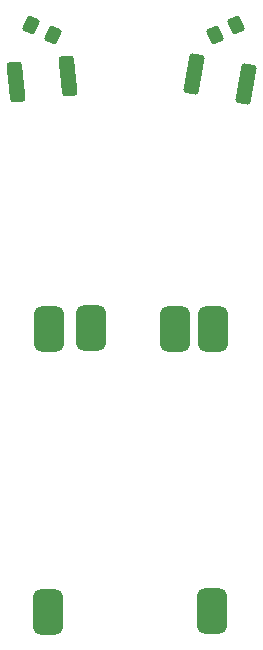
<source format=gbr>
%TF.GenerationSoftware,KiCad,Pcbnew,7.0.9*%
%TF.CreationDate,2023-12-02T23:17:25+01:00*%
%TF.ProjectId,pilkbadge,70696c6b-6261-4646-9765-2e6b69636164,rev?*%
%TF.SameCoordinates,Original*%
%TF.FileFunction,Paste,Bot*%
%TF.FilePolarity,Positive*%
%FSLAX46Y46*%
G04 Gerber Fmt 4.6, Leading zero omitted, Abs format (unit mm)*
G04 Created by KiCad (PCBNEW 7.0.9) date 2023-12-02 23:17:25*
%MOMM*%
%LPD*%
G01*
G04 APERTURE LIST*
G04 Aperture macros list*
%AMRoundRect*
0 Rectangle with rounded corners*
0 $1 Rounding radius*
0 $2 $3 $4 $5 $6 $7 $8 $9 X,Y pos of 4 corners*
0 Add a 4 corners polygon primitive as box body*
4,1,4,$2,$3,$4,$5,$6,$7,$8,$9,$2,$3,0*
0 Add four circle primitives for the rounded corners*
1,1,$1+$1,$2,$3*
1,1,$1+$1,$4,$5*
1,1,$1+$1,$6,$7*
1,1,$1+$1,$8,$9*
0 Add four rect primitives between the rounded corners*
20,1,$1+$1,$2,$3,$4,$5,0*
20,1,$1+$1,$4,$5,$6,$7,0*
20,1,$1+$1,$6,$7,$8,$9,0*
20,1,$1+$1,$8,$9,$2,$3,0*%
G04 Aperture macros list end*
%ADD10RoundRect,0.250000X0.104372X0.545189X-0.484728X0.270488X-0.104372X-0.545189X0.484728X-0.270488X0*%
%ADD11RoundRect,0.250000X-0.645713X-1.358512X0.142133X-1.497431X0.645713X1.358512X-0.142133X1.497431X0*%
%ADD12RoundRect,0.635750X0.635750X1.295250X-0.635750X1.295250X-0.635750X-1.295250X0.635750X-1.295250X0*%
%ADD13RoundRect,0.250000X0.246242X1.483868X-0.549375X1.400245X-0.246242X-1.483868X0.549375X-1.400245X0*%
%ADD14RoundRect,0.250000X-0.484728X-0.270488X0.104372X-0.545189X0.484728X0.270488X-0.104372X0.545189X0*%
G04 APERTURE END LIST*
D10*
%TO.C,R2*%
X117178965Y-51816816D03*
X115321035Y-52683184D03*
%TD*%
D11*
%TO.C,D2*%
X113608803Y-56013633D03*
X117991197Y-56786367D03*
%TD*%
D12*
%TO.C,U1*%
X115071500Y-101469000D03*
X112000000Y-77600000D03*
X104900000Y-77500000D03*
X101200000Y-101500000D03*
X101300000Y-77600000D03*
X115200000Y-77600000D03*
%TD*%
D13*
%TO.C,D1*%
X102912811Y-56167424D03*
X98487189Y-56632576D03*
%TD*%
D14*
%TO.C,R1*%
X99821035Y-51816816D03*
X101678965Y-52683184D03*
%TD*%
M02*

</source>
